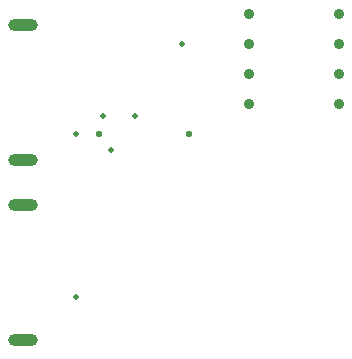
<source format=gbr>
%TF.GenerationSoftware,Novarm,DipTrace,3.1.0.1*%
%TF.CreationDate,2017-08-28T19:58:44+02:00*%
%FSLAX26Y26*%
%MOIN*%
%TF.FileFunction,Plated,1,2,PTH,Drill*%
%TF.Part,Single*%
%AMOVALDIP*
21,1,$1,$2,0.0,0.0,$7*
1,1,$8,$3,$4*
1,1,$8,$5,$6*%
%TA.AperFunction,ViaDrill*%
%ADD26C,0.019121*%
%TA.AperFunction,ComponentDrill*%
%ADD29C,0.035433*%
%ADD31C,0.021995*%
%ADD32C,0.022008*%
%ADD56OVALDIP,0.059055 X0.03937 X0.029528 X0.0 X-0.029528 X0.0 X0.0 X0.03937*%
G75*
G01*
D29*
X1294000Y1594000D3*
Y1494000D3*
Y1394000D3*
Y1294000D3*
X1594000D3*
Y1394000D3*
Y1494000D3*
Y1594000D3*
D56*
X541638Y1107386D3*
Y1556205D3*
Y507386D3*
Y956205D3*
D31*
X794000Y1194000D3*
D32*
X1094000D3*
D26*
X1069516Y1494000D3*
X716362Y1193996D3*
X835008Y1141008D3*
X809024Y1251992D3*
X913984D3*
X716362Y649315D3*
M02*

</source>
